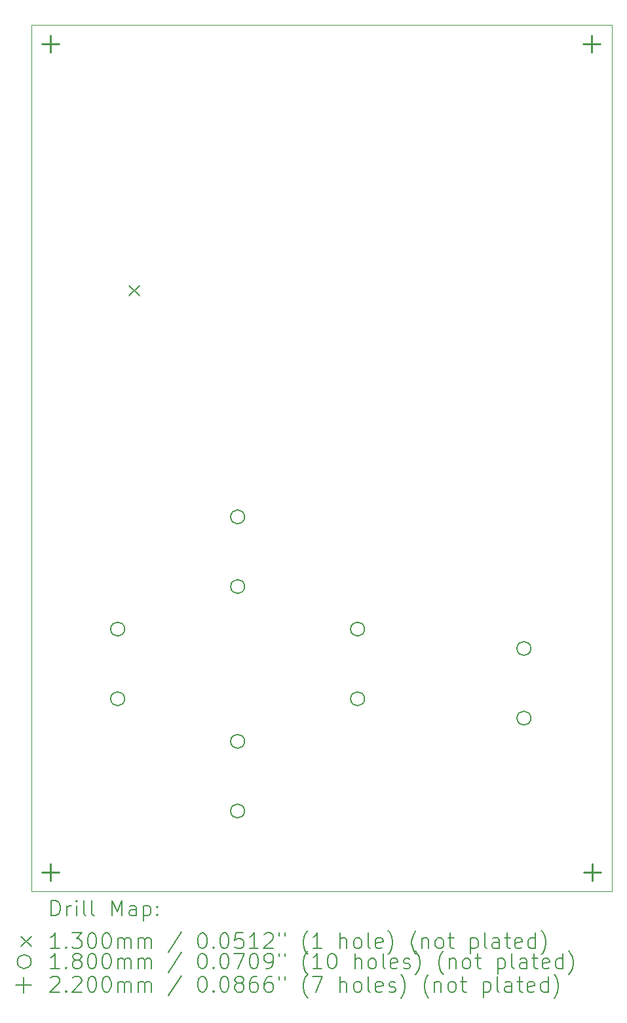
<source format=gbr>
%TF.GenerationSoftware,KiCad,Pcbnew,8.0.1*%
%TF.CreationDate,2024-04-29T12:30:22+02:00*%
%TF.ProjectId,teamagotchi,7465616d-6167-46f7-9463-68692e6b6963,rev?*%
%TF.SameCoordinates,Original*%
%TF.FileFunction,Drillmap*%
%TF.FilePolarity,Positive*%
%FSLAX45Y45*%
G04 Gerber Fmt 4.5, Leading zero omitted, Abs format (unit mm)*
G04 Created by KiCad (PCBNEW 8.0.1) date 2024-04-29 12:30:22*
%MOMM*%
%LPD*%
G01*
G04 APERTURE LIST*
%ADD10C,0.050000*%
%ADD11C,0.200000*%
%ADD12C,0.130000*%
%ADD13C,0.180000*%
%ADD14C,0.220000*%
G04 APERTURE END LIST*
D10*
X18496000Y-4670600D02*
X18496000Y-15870600D01*
X10996000Y-4670600D02*
X18496000Y-4670600D01*
X10996000Y-15870600D02*
X10996000Y-4670600D01*
X10996000Y-15870600D02*
X18496000Y-15870600D01*
D11*
D12*
X12261000Y-8045600D02*
X12391000Y-8175600D01*
X12391000Y-8045600D02*
X12261000Y-8175600D01*
D13*
X12201000Y-12480600D02*
G75*
G02*
X12021000Y-12480600I-90000J0D01*
G01*
X12021000Y-12480600D02*
G75*
G02*
X12201000Y-12480600I90000J0D01*
G01*
X12201000Y-13380600D02*
G75*
G02*
X12021000Y-13380600I-90000J0D01*
G01*
X12021000Y-13380600D02*
G75*
G02*
X12201000Y-13380600I90000J0D01*
G01*
X13751000Y-11030600D02*
G75*
G02*
X13571000Y-11030600I-90000J0D01*
G01*
X13571000Y-11030600D02*
G75*
G02*
X13751000Y-11030600I90000J0D01*
G01*
X13751000Y-11930600D02*
G75*
G02*
X13571000Y-11930600I-90000J0D01*
G01*
X13571000Y-11930600D02*
G75*
G02*
X13751000Y-11930600I90000J0D01*
G01*
X13751000Y-13930600D02*
G75*
G02*
X13571000Y-13930600I-90000J0D01*
G01*
X13571000Y-13930600D02*
G75*
G02*
X13751000Y-13930600I90000J0D01*
G01*
X13751000Y-14830600D02*
G75*
G02*
X13571000Y-14830600I-90000J0D01*
G01*
X13571000Y-14830600D02*
G75*
G02*
X13751000Y-14830600I90000J0D01*
G01*
X15301000Y-12480600D02*
G75*
G02*
X15121000Y-12480600I-90000J0D01*
G01*
X15121000Y-12480600D02*
G75*
G02*
X15301000Y-12480600I90000J0D01*
G01*
X15301000Y-13380600D02*
G75*
G02*
X15121000Y-13380600I-90000J0D01*
G01*
X15121000Y-13380600D02*
G75*
G02*
X15301000Y-13380600I90000J0D01*
G01*
X17451000Y-12730600D02*
G75*
G02*
X17271000Y-12730600I-90000J0D01*
G01*
X17271000Y-12730600D02*
G75*
G02*
X17451000Y-12730600I90000J0D01*
G01*
X17451000Y-13630600D02*
G75*
G02*
X17271000Y-13630600I-90000J0D01*
G01*
X17271000Y-13630600D02*
G75*
G02*
X17451000Y-13630600I90000J0D01*
G01*
D14*
X11246000Y-4810600D02*
X11246000Y-5030600D01*
X11136000Y-4920600D02*
X11356000Y-4920600D01*
X11246000Y-15510600D02*
X11246000Y-15730600D01*
X11136000Y-15620600D02*
X11356000Y-15620600D01*
X11246000Y-15510600D02*
X11246000Y-15730600D01*
X11136000Y-15620600D02*
X11356000Y-15620600D01*
X18236000Y-4810600D02*
X18236000Y-5030600D01*
X18126000Y-4920600D02*
X18346000Y-4920600D01*
X18236000Y-4810600D02*
X18236000Y-5030600D01*
X18126000Y-4920600D02*
X18346000Y-4920600D01*
X18246000Y-15510600D02*
X18246000Y-15730600D01*
X18136000Y-15620600D02*
X18356000Y-15620600D01*
X18246000Y-15510600D02*
X18246000Y-15730600D01*
X18136000Y-15620600D02*
X18356000Y-15620600D01*
D11*
X11254277Y-16184584D02*
X11254277Y-15984584D01*
X11254277Y-15984584D02*
X11301896Y-15984584D01*
X11301896Y-15984584D02*
X11330467Y-15994108D01*
X11330467Y-15994108D02*
X11349515Y-16013155D01*
X11349515Y-16013155D02*
X11359039Y-16032203D01*
X11359039Y-16032203D02*
X11368562Y-16070298D01*
X11368562Y-16070298D02*
X11368562Y-16098869D01*
X11368562Y-16098869D02*
X11359039Y-16136965D01*
X11359039Y-16136965D02*
X11349515Y-16156012D01*
X11349515Y-16156012D02*
X11330467Y-16175060D01*
X11330467Y-16175060D02*
X11301896Y-16184584D01*
X11301896Y-16184584D02*
X11254277Y-16184584D01*
X11454277Y-16184584D02*
X11454277Y-16051250D01*
X11454277Y-16089346D02*
X11463801Y-16070298D01*
X11463801Y-16070298D02*
X11473324Y-16060774D01*
X11473324Y-16060774D02*
X11492372Y-16051250D01*
X11492372Y-16051250D02*
X11511420Y-16051250D01*
X11578086Y-16184584D02*
X11578086Y-16051250D01*
X11578086Y-15984584D02*
X11568562Y-15994108D01*
X11568562Y-15994108D02*
X11578086Y-16003631D01*
X11578086Y-16003631D02*
X11587610Y-15994108D01*
X11587610Y-15994108D02*
X11578086Y-15984584D01*
X11578086Y-15984584D02*
X11578086Y-16003631D01*
X11701896Y-16184584D02*
X11682848Y-16175060D01*
X11682848Y-16175060D02*
X11673324Y-16156012D01*
X11673324Y-16156012D02*
X11673324Y-15984584D01*
X11806658Y-16184584D02*
X11787610Y-16175060D01*
X11787610Y-16175060D02*
X11778086Y-16156012D01*
X11778086Y-16156012D02*
X11778086Y-15984584D01*
X12035229Y-16184584D02*
X12035229Y-15984584D01*
X12035229Y-15984584D02*
X12101896Y-16127441D01*
X12101896Y-16127441D02*
X12168562Y-15984584D01*
X12168562Y-15984584D02*
X12168562Y-16184584D01*
X12349515Y-16184584D02*
X12349515Y-16079822D01*
X12349515Y-16079822D02*
X12339991Y-16060774D01*
X12339991Y-16060774D02*
X12320943Y-16051250D01*
X12320943Y-16051250D02*
X12282848Y-16051250D01*
X12282848Y-16051250D02*
X12263801Y-16060774D01*
X12349515Y-16175060D02*
X12330467Y-16184584D01*
X12330467Y-16184584D02*
X12282848Y-16184584D01*
X12282848Y-16184584D02*
X12263801Y-16175060D01*
X12263801Y-16175060D02*
X12254277Y-16156012D01*
X12254277Y-16156012D02*
X12254277Y-16136965D01*
X12254277Y-16136965D02*
X12263801Y-16117917D01*
X12263801Y-16117917D02*
X12282848Y-16108393D01*
X12282848Y-16108393D02*
X12330467Y-16108393D01*
X12330467Y-16108393D02*
X12349515Y-16098869D01*
X12444753Y-16051250D02*
X12444753Y-16251250D01*
X12444753Y-16060774D02*
X12463801Y-16051250D01*
X12463801Y-16051250D02*
X12501896Y-16051250D01*
X12501896Y-16051250D02*
X12520943Y-16060774D01*
X12520943Y-16060774D02*
X12530467Y-16070298D01*
X12530467Y-16070298D02*
X12539991Y-16089346D01*
X12539991Y-16089346D02*
X12539991Y-16146488D01*
X12539991Y-16146488D02*
X12530467Y-16165536D01*
X12530467Y-16165536D02*
X12520943Y-16175060D01*
X12520943Y-16175060D02*
X12501896Y-16184584D01*
X12501896Y-16184584D02*
X12463801Y-16184584D01*
X12463801Y-16184584D02*
X12444753Y-16175060D01*
X12625705Y-16165536D02*
X12635229Y-16175060D01*
X12635229Y-16175060D02*
X12625705Y-16184584D01*
X12625705Y-16184584D02*
X12616182Y-16175060D01*
X12616182Y-16175060D02*
X12625705Y-16165536D01*
X12625705Y-16165536D02*
X12625705Y-16184584D01*
X12625705Y-16060774D02*
X12635229Y-16070298D01*
X12635229Y-16070298D02*
X12625705Y-16079822D01*
X12625705Y-16079822D02*
X12616182Y-16070298D01*
X12616182Y-16070298D02*
X12625705Y-16060774D01*
X12625705Y-16060774D02*
X12625705Y-16079822D01*
D12*
X10863500Y-16448100D02*
X10993500Y-16578100D01*
X10993500Y-16448100D02*
X10863500Y-16578100D01*
D11*
X11359039Y-16604584D02*
X11244753Y-16604584D01*
X11301896Y-16604584D02*
X11301896Y-16404584D01*
X11301896Y-16404584D02*
X11282848Y-16433155D01*
X11282848Y-16433155D02*
X11263801Y-16452203D01*
X11263801Y-16452203D02*
X11244753Y-16461727D01*
X11444753Y-16585536D02*
X11454277Y-16595060D01*
X11454277Y-16595060D02*
X11444753Y-16604584D01*
X11444753Y-16604584D02*
X11435229Y-16595060D01*
X11435229Y-16595060D02*
X11444753Y-16585536D01*
X11444753Y-16585536D02*
X11444753Y-16604584D01*
X11520943Y-16404584D02*
X11644753Y-16404584D01*
X11644753Y-16404584D02*
X11578086Y-16480774D01*
X11578086Y-16480774D02*
X11606658Y-16480774D01*
X11606658Y-16480774D02*
X11625705Y-16490298D01*
X11625705Y-16490298D02*
X11635229Y-16499822D01*
X11635229Y-16499822D02*
X11644753Y-16518869D01*
X11644753Y-16518869D02*
X11644753Y-16566488D01*
X11644753Y-16566488D02*
X11635229Y-16585536D01*
X11635229Y-16585536D02*
X11625705Y-16595060D01*
X11625705Y-16595060D02*
X11606658Y-16604584D01*
X11606658Y-16604584D02*
X11549515Y-16604584D01*
X11549515Y-16604584D02*
X11530467Y-16595060D01*
X11530467Y-16595060D02*
X11520943Y-16585536D01*
X11768562Y-16404584D02*
X11787610Y-16404584D01*
X11787610Y-16404584D02*
X11806658Y-16414108D01*
X11806658Y-16414108D02*
X11816182Y-16423631D01*
X11816182Y-16423631D02*
X11825705Y-16442679D01*
X11825705Y-16442679D02*
X11835229Y-16480774D01*
X11835229Y-16480774D02*
X11835229Y-16528393D01*
X11835229Y-16528393D02*
X11825705Y-16566488D01*
X11825705Y-16566488D02*
X11816182Y-16585536D01*
X11816182Y-16585536D02*
X11806658Y-16595060D01*
X11806658Y-16595060D02*
X11787610Y-16604584D01*
X11787610Y-16604584D02*
X11768562Y-16604584D01*
X11768562Y-16604584D02*
X11749515Y-16595060D01*
X11749515Y-16595060D02*
X11739991Y-16585536D01*
X11739991Y-16585536D02*
X11730467Y-16566488D01*
X11730467Y-16566488D02*
X11720943Y-16528393D01*
X11720943Y-16528393D02*
X11720943Y-16480774D01*
X11720943Y-16480774D02*
X11730467Y-16442679D01*
X11730467Y-16442679D02*
X11739991Y-16423631D01*
X11739991Y-16423631D02*
X11749515Y-16414108D01*
X11749515Y-16414108D02*
X11768562Y-16404584D01*
X11959039Y-16404584D02*
X11978086Y-16404584D01*
X11978086Y-16404584D02*
X11997134Y-16414108D01*
X11997134Y-16414108D02*
X12006658Y-16423631D01*
X12006658Y-16423631D02*
X12016182Y-16442679D01*
X12016182Y-16442679D02*
X12025705Y-16480774D01*
X12025705Y-16480774D02*
X12025705Y-16528393D01*
X12025705Y-16528393D02*
X12016182Y-16566488D01*
X12016182Y-16566488D02*
X12006658Y-16585536D01*
X12006658Y-16585536D02*
X11997134Y-16595060D01*
X11997134Y-16595060D02*
X11978086Y-16604584D01*
X11978086Y-16604584D02*
X11959039Y-16604584D01*
X11959039Y-16604584D02*
X11939991Y-16595060D01*
X11939991Y-16595060D02*
X11930467Y-16585536D01*
X11930467Y-16585536D02*
X11920943Y-16566488D01*
X11920943Y-16566488D02*
X11911420Y-16528393D01*
X11911420Y-16528393D02*
X11911420Y-16480774D01*
X11911420Y-16480774D02*
X11920943Y-16442679D01*
X11920943Y-16442679D02*
X11930467Y-16423631D01*
X11930467Y-16423631D02*
X11939991Y-16414108D01*
X11939991Y-16414108D02*
X11959039Y-16404584D01*
X12111420Y-16604584D02*
X12111420Y-16471250D01*
X12111420Y-16490298D02*
X12120943Y-16480774D01*
X12120943Y-16480774D02*
X12139991Y-16471250D01*
X12139991Y-16471250D02*
X12168563Y-16471250D01*
X12168563Y-16471250D02*
X12187610Y-16480774D01*
X12187610Y-16480774D02*
X12197134Y-16499822D01*
X12197134Y-16499822D02*
X12197134Y-16604584D01*
X12197134Y-16499822D02*
X12206658Y-16480774D01*
X12206658Y-16480774D02*
X12225705Y-16471250D01*
X12225705Y-16471250D02*
X12254277Y-16471250D01*
X12254277Y-16471250D02*
X12273324Y-16480774D01*
X12273324Y-16480774D02*
X12282848Y-16499822D01*
X12282848Y-16499822D02*
X12282848Y-16604584D01*
X12378086Y-16604584D02*
X12378086Y-16471250D01*
X12378086Y-16490298D02*
X12387610Y-16480774D01*
X12387610Y-16480774D02*
X12406658Y-16471250D01*
X12406658Y-16471250D02*
X12435229Y-16471250D01*
X12435229Y-16471250D02*
X12454277Y-16480774D01*
X12454277Y-16480774D02*
X12463801Y-16499822D01*
X12463801Y-16499822D02*
X12463801Y-16604584D01*
X12463801Y-16499822D02*
X12473324Y-16480774D01*
X12473324Y-16480774D02*
X12492372Y-16471250D01*
X12492372Y-16471250D02*
X12520943Y-16471250D01*
X12520943Y-16471250D02*
X12539991Y-16480774D01*
X12539991Y-16480774D02*
X12549515Y-16499822D01*
X12549515Y-16499822D02*
X12549515Y-16604584D01*
X12939991Y-16395060D02*
X12768563Y-16652203D01*
X13197134Y-16404584D02*
X13216182Y-16404584D01*
X13216182Y-16404584D02*
X13235229Y-16414108D01*
X13235229Y-16414108D02*
X13244753Y-16423631D01*
X13244753Y-16423631D02*
X13254277Y-16442679D01*
X13254277Y-16442679D02*
X13263801Y-16480774D01*
X13263801Y-16480774D02*
X13263801Y-16528393D01*
X13263801Y-16528393D02*
X13254277Y-16566488D01*
X13254277Y-16566488D02*
X13244753Y-16585536D01*
X13244753Y-16585536D02*
X13235229Y-16595060D01*
X13235229Y-16595060D02*
X13216182Y-16604584D01*
X13216182Y-16604584D02*
X13197134Y-16604584D01*
X13197134Y-16604584D02*
X13178086Y-16595060D01*
X13178086Y-16595060D02*
X13168563Y-16585536D01*
X13168563Y-16585536D02*
X13159039Y-16566488D01*
X13159039Y-16566488D02*
X13149515Y-16528393D01*
X13149515Y-16528393D02*
X13149515Y-16480774D01*
X13149515Y-16480774D02*
X13159039Y-16442679D01*
X13159039Y-16442679D02*
X13168563Y-16423631D01*
X13168563Y-16423631D02*
X13178086Y-16414108D01*
X13178086Y-16414108D02*
X13197134Y-16404584D01*
X13349515Y-16585536D02*
X13359039Y-16595060D01*
X13359039Y-16595060D02*
X13349515Y-16604584D01*
X13349515Y-16604584D02*
X13339991Y-16595060D01*
X13339991Y-16595060D02*
X13349515Y-16585536D01*
X13349515Y-16585536D02*
X13349515Y-16604584D01*
X13482848Y-16404584D02*
X13501896Y-16404584D01*
X13501896Y-16404584D02*
X13520944Y-16414108D01*
X13520944Y-16414108D02*
X13530467Y-16423631D01*
X13530467Y-16423631D02*
X13539991Y-16442679D01*
X13539991Y-16442679D02*
X13549515Y-16480774D01*
X13549515Y-16480774D02*
X13549515Y-16528393D01*
X13549515Y-16528393D02*
X13539991Y-16566488D01*
X13539991Y-16566488D02*
X13530467Y-16585536D01*
X13530467Y-16585536D02*
X13520944Y-16595060D01*
X13520944Y-16595060D02*
X13501896Y-16604584D01*
X13501896Y-16604584D02*
X13482848Y-16604584D01*
X13482848Y-16604584D02*
X13463801Y-16595060D01*
X13463801Y-16595060D02*
X13454277Y-16585536D01*
X13454277Y-16585536D02*
X13444753Y-16566488D01*
X13444753Y-16566488D02*
X13435229Y-16528393D01*
X13435229Y-16528393D02*
X13435229Y-16480774D01*
X13435229Y-16480774D02*
X13444753Y-16442679D01*
X13444753Y-16442679D02*
X13454277Y-16423631D01*
X13454277Y-16423631D02*
X13463801Y-16414108D01*
X13463801Y-16414108D02*
X13482848Y-16404584D01*
X13730467Y-16404584D02*
X13635229Y-16404584D01*
X13635229Y-16404584D02*
X13625706Y-16499822D01*
X13625706Y-16499822D02*
X13635229Y-16490298D01*
X13635229Y-16490298D02*
X13654277Y-16480774D01*
X13654277Y-16480774D02*
X13701896Y-16480774D01*
X13701896Y-16480774D02*
X13720944Y-16490298D01*
X13720944Y-16490298D02*
X13730467Y-16499822D01*
X13730467Y-16499822D02*
X13739991Y-16518869D01*
X13739991Y-16518869D02*
X13739991Y-16566488D01*
X13739991Y-16566488D02*
X13730467Y-16585536D01*
X13730467Y-16585536D02*
X13720944Y-16595060D01*
X13720944Y-16595060D02*
X13701896Y-16604584D01*
X13701896Y-16604584D02*
X13654277Y-16604584D01*
X13654277Y-16604584D02*
X13635229Y-16595060D01*
X13635229Y-16595060D02*
X13625706Y-16585536D01*
X13930467Y-16604584D02*
X13816182Y-16604584D01*
X13873325Y-16604584D02*
X13873325Y-16404584D01*
X13873325Y-16404584D02*
X13854277Y-16433155D01*
X13854277Y-16433155D02*
X13835229Y-16452203D01*
X13835229Y-16452203D02*
X13816182Y-16461727D01*
X14006658Y-16423631D02*
X14016182Y-16414108D01*
X14016182Y-16414108D02*
X14035229Y-16404584D01*
X14035229Y-16404584D02*
X14082848Y-16404584D01*
X14082848Y-16404584D02*
X14101896Y-16414108D01*
X14101896Y-16414108D02*
X14111420Y-16423631D01*
X14111420Y-16423631D02*
X14120944Y-16442679D01*
X14120944Y-16442679D02*
X14120944Y-16461727D01*
X14120944Y-16461727D02*
X14111420Y-16490298D01*
X14111420Y-16490298D02*
X13997134Y-16604584D01*
X13997134Y-16604584D02*
X14120944Y-16604584D01*
X14197134Y-16404584D02*
X14197134Y-16442679D01*
X14273325Y-16404584D02*
X14273325Y-16442679D01*
X14568563Y-16680774D02*
X14559039Y-16671250D01*
X14559039Y-16671250D02*
X14539991Y-16642679D01*
X14539991Y-16642679D02*
X14530468Y-16623631D01*
X14530468Y-16623631D02*
X14520944Y-16595060D01*
X14520944Y-16595060D02*
X14511420Y-16547441D01*
X14511420Y-16547441D02*
X14511420Y-16509346D01*
X14511420Y-16509346D02*
X14520944Y-16461727D01*
X14520944Y-16461727D02*
X14530468Y-16433155D01*
X14530468Y-16433155D02*
X14539991Y-16414108D01*
X14539991Y-16414108D02*
X14559039Y-16385536D01*
X14559039Y-16385536D02*
X14568563Y-16376012D01*
X14749515Y-16604584D02*
X14635229Y-16604584D01*
X14692372Y-16604584D02*
X14692372Y-16404584D01*
X14692372Y-16404584D02*
X14673325Y-16433155D01*
X14673325Y-16433155D02*
X14654277Y-16452203D01*
X14654277Y-16452203D02*
X14635229Y-16461727D01*
X14987610Y-16604584D02*
X14987610Y-16404584D01*
X15073325Y-16604584D02*
X15073325Y-16499822D01*
X15073325Y-16499822D02*
X15063801Y-16480774D01*
X15063801Y-16480774D02*
X15044753Y-16471250D01*
X15044753Y-16471250D02*
X15016182Y-16471250D01*
X15016182Y-16471250D02*
X14997134Y-16480774D01*
X14997134Y-16480774D02*
X14987610Y-16490298D01*
X15197134Y-16604584D02*
X15178087Y-16595060D01*
X15178087Y-16595060D02*
X15168563Y-16585536D01*
X15168563Y-16585536D02*
X15159039Y-16566488D01*
X15159039Y-16566488D02*
X15159039Y-16509346D01*
X15159039Y-16509346D02*
X15168563Y-16490298D01*
X15168563Y-16490298D02*
X15178087Y-16480774D01*
X15178087Y-16480774D02*
X15197134Y-16471250D01*
X15197134Y-16471250D02*
X15225706Y-16471250D01*
X15225706Y-16471250D02*
X15244753Y-16480774D01*
X15244753Y-16480774D02*
X15254277Y-16490298D01*
X15254277Y-16490298D02*
X15263801Y-16509346D01*
X15263801Y-16509346D02*
X15263801Y-16566488D01*
X15263801Y-16566488D02*
X15254277Y-16585536D01*
X15254277Y-16585536D02*
X15244753Y-16595060D01*
X15244753Y-16595060D02*
X15225706Y-16604584D01*
X15225706Y-16604584D02*
X15197134Y-16604584D01*
X15378087Y-16604584D02*
X15359039Y-16595060D01*
X15359039Y-16595060D02*
X15349515Y-16576012D01*
X15349515Y-16576012D02*
X15349515Y-16404584D01*
X15530468Y-16595060D02*
X15511420Y-16604584D01*
X15511420Y-16604584D02*
X15473325Y-16604584D01*
X15473325Y-16604584D02*
X15454277Y-16595060D01*
X15454277Y-16595060D02*
X15444753Y-16576012D01*
X15444753Y-16576012D02*
X15444753Y-16499822D01*
X15444753Y-16499822D02*
X15454277Y-16480774D01*
X15454277Y-16480774D02*
X15473325Y-16471250D01*
X15473325Y-16471250D02*
X15511420Y-16471250D01*
X15511420Y-16471250D02*
X15530468Y-16480774D01*
X15530468Y-16480774D02*
X15539991Y-16499822D01*
X15539991Y-16499822D02*
X15539991Y-16518869D01*
X15539991Y-16518869D02*
X15444753Y-16537917D01*
X15606658Y-16680774D02*
X15616182Y-16671250D01*
X15616182Y-16671250D02*
X15635230Y-16642679D01*
X15635230Y-16642679D02*
X15644753Y-16623631D01*
X15644753Y-16623631D02*
X15654277Y-16595060D01*
X15654277Y-16595060D02*
X15663801Y-16547441D01*
X15663801Y-16547441D02*
X15663801Y-16509346D01*
X15663801Y-16509346D02*
X15654277Y-16461727D01*
X15654277Y-16461727D02*
X15644753Y-16433155D01*
X15644753Y-16433155D02*
X15635230Y-16414108D01*
X15635230Y-16414108D02*
X15616182Y-16385536D01*
X15616182Y-16385536D02*
X15606658Y-16376012D01*
X15968563Y-16680774D02*
X15959039Y-16671250D01*
X15959039Y-16671250D02*
X15939991Y-16642679D01*
X15939991Y-16642679D02*
X15930468Y-16623631D01*
X15930468Y-16623631D02*
X15920944Y-16595060D01*
X15920944Y-16595060D02*
X15911420Y-16547441D01*
X15911420Y-16547441D02*
X15911420Y-16509346D01*
X15911420Y-16509346D02*
X15920944Y-16461727D01*
X15920944Y-16461727D02*
X15930468Y-16433155D01*
X15930468Y-16433155D02*
X15939991Y-16414108D01*
X15939991Y-16414108D02*
X15959039Y-16385536D01*
X15959039Y-16385536D02*
X15968563Y-16376012D01*
X16044753Y-16471250D02*
X16044753Y-16604584D01*
X16044753Y-16490298D02*
X16054277Y-16480774D01*
X16054277Y-16480774D02*
X16073325Y-16471250D01*
X16073325Y-16471250D02*
X16101896Y-16471250D01*
X16101896Y-16471250D02*
X16120944Y-16480774D01*
X16120944Y-16480774D02*
X16130468Y-16499822D01*
X16130468Y-16499822D02*
X16130468Y-16604584D01*
X16254277Y-16604584D02*
X16235230Y-16595060D01*
X16235230Y-16595060D02*
X16225706Y-16585536D01*
X16225706Y-16585536D02*
X16216182Y-16566488D01*
X16216182Y-16566488D02*
X16216182Y-16509346D01*
X16216182Y-16509346D02*
X16225706Y-16490298D01*
X16225706Y-16490298D02*
X16235230Y-16480774D01*
X16235230Y-16480774D02*
X16254277Y-16471250D01*
X16254277Y-16471250D02*
X16282849Y-16471250D01*
X16282849Y-16471250D02*
X16301896Y-16480774D01*
X16301896Y-16480774D02*
X16311420Y-16490298D01*
X16311420Y-16490298D02*
X16320944Y-16509346D01*
X16320944Y-16509346D02*
X16320944Y-16566488D01*
X16320944Y-16566488D02*
X16311420Y-16585536D01*
X16311420Y-16585536D02*
X16301896Y-16595060D01*
X16301896Y-16595060D02*
X16282849Y-16604584D01*
X16282849Y-16604584D02*
X16254277Y-16604584D01*
X16378087Y-16471250D02*
X16454277Y-16471250D01*
X16406658Y-16404584D02*
X16406658Y-16576012D01*
X16406658Y-16576012D02*
X16416182Y-16595060D01*
X16416182Y-16595060D02*
X16435230Y-16604584D01*
X16435230Y-16604584D02*
X16454277Y-16604584D01*
X16673325Y-16471250D02*
X16673325Y-16671250D01*
X16673325Y-16480774D02*
X16692372Y-16471250D01*
X16692372Y-16471250D02*
X16730468Y-16471250D01*
X16730468Y-16471250D02*
X16749515Y-16480774D01*
X16749515Y-16480774D02*
X16759039Y-16490298D01*
X16759039Y-16490298D02*
X16768563Y-16509346D01*
X16768563Y-16509346D02*
X16768563Y-16566488D01*
X16768563Y-16566488D02*
X16759039Y-16585536D01*
X16759039Y-16585536D02*
X16749515Y-16595060D01*
X16749515Y-16595060D02*
X16730468Y-16604584D01*
X16730468Y-16604584D02*
X16692372Y-16604584D01*
X16692372Y-16604584D02*
X16673325Y-16595060D01*
X16882849Y-16604584D02*
X16863801Y-16595060D01*
X16863801Y-16595060D02*
X16854277Y-16576012D01*
X16854277Y-16576012D02*
X16854277Y-16404584D01*
X17044754Y-16604584D02*
X17044754Y-16499822D01*
X17044754Y-16499822D02*
X17035230Y-16480774D01*
X17035230Y-16480774D02*
X17016182Y-16471250D01*
X17016182Y-16471250D02*
X16978087Y-16471250D01*
X16978087Y-16471250D02*
X16959039Y-16480774D01*
X17044754Y-16595060D02*
X17025706Y-16604584D01*
X17025706Y-16604584D02*
X16978087Y-16604584D01*
X16978087Y-16604584D02*
X16959039Y-16595060D01*
X16959039Y-16595060D02*
X16949515Y-16576012D01*
X16949515Y-16576012D02*
X16949515Y-16556965D01*
X16949515Y-16556965D02*
X16959039Y-16537917D01*
X16959039Y-16537917D02*
X16978087Y-16528393D01*
X16978087Y-16528393D02*
X17025706Y-16528393D01*
X17025706Y-16528393D02*
X17044754Y-16518869D01*
X17111420Y-16471250D02*
X17187611Y-16471250D01*
X17139992Y-16404584D02*
X17139992Y-16576012D01*
X17139992Y-16576012D02*
X17149515Y-16595060D01*
X17149515Y-16595060D02*
X17168563Y-16604584D01*
X17168563Y-16604584D02*
X17187611Y-16604584D01*
X17330468Y-16595060D02*
X17311420Y-16604584D01*
X17311420Y-16604584D02*
X17273325Y-16604584D01*
X17273325Y-16604584D02*
X17254277Y-16595060D01*
X17254277Y-16595060D02*
X17244754Y-16576012D01*
X17244754Y-16576012D02*
X17244754Y-16499822D01*
X17244754Y-16499822D02*
X17254277Y-16480774D01*
X17254277Y-16480774D02*
X17273325Y-16471250D01*
X17273325Y-16471250D02*
X17311420Y-16471250D01*
X17311420Y-16471250D02*
X17330468Y-16480774D01*
X17330468Y-16480774D02*
X17339992Y-16499822D01*
X17339992Y-16499822D02*
X17339992Y-16518869D01*
X17339992Y-16518869D02*
X17244754Y-16537917D01*
X17511420Y-16604584D02*
X17511420Y-16404584D01*
X17511420Y-16595060D02*
X17492373Y-16604584D01*
X17492373Y-16604584D02*
X17454277Y-16604584D01*
X17454277Y-16604584D02*
X17435230Y-16595060D01*
X17435230Y-16595060D02*
X17425706Y-16585536D01*
X17425706Y-16585536D02*
X17416182Y-16566488D01*
X17416182Y-16566488D02*
X17416182Y-16509346D01*
X17416182Y-16509346D02*
X17425706Y-16490298D01*
X17425706Y-16490298D02*
X17435230Y-16480774D01*
X17435230Y-16480774D02*
X17454277Y-16471250D01*
X17454277Y-16471250D02*
X17492373Y-16471250D01*
X17492373Y-16471250D02*
X17511420Y-16480774D01*
X17587611Y-16680774D02*
X17597135Y-16671250D01*
X17597135Y-16671250D02*
X17616182Y-16642679D01*
X17616182Y-16642679D02*
X17625706Y-16623631D01*
X17625706Y-16623631D02*
X17635230Y-16595060D01*
X17635230Y-16595060D02*
X17644754Y-16547441D01*
X17644754Y-16547441D02*
X17644754Y-16509346D01*
X17644754Y-16509346D02*
X17635230Y-16461727D01*
X17635230Y-16461727D02*
X17625706Y-16433155D01*
X17625706Y-16433155D02*
X17616182Y-16414108D01*
X17616182Y-16414108D02*
X17597135Y-16385536D01*
X17597135Y-16385536D02*
X17587611Y-16376012D01*
D13*
X10993500Y-16777100D02*
G75*
G02*
X10813500Y-16777100I-90000J0D01*
G01*
X10813500Y-16777100D02*
G75*
G02*
X10993500Y-16777100I90000J0D01*
G01*
D11*
X11359039Y-16868584D02*
X11244753Y-16868584D01*
X11301896Y-16868584D02*
X11301896Y-16668584D01*
X11301896Y-16668584D02*
X11282848Y-16697155D01*
X11282848Y-16697155D02*
X11263801Y-16716203D01*
X11263801Y-16716203D02*
X11244753Y-16725727D01*
X11444753Y-16849536D02*
X11454277Y-16859060D01*
X11454277Y-16859060D02*
X11444753Y-16868584D01*
X11444753Y-16868584D02*
X11435229Y-16859060D01*
X11435229Y-16859060D02*
X11444753Y-16849536D01*
X11444753Y-16849536D02*
X11444753Y-16868584D01*
X11568562Y-16754298D02*
X11549515Y-16744774D01*
X11549515Y-16744774D02*
X11539991Y-16735250D01*
X11539991Y-16735250D02*
X11530467Y-16716203D01*
X11530467Y-16716203D02*
X11530467Y-16706679D01*
X11530467Y-16706679D02*
X11539991Y-16687631D01*
X11539991Y-16687631D02*
X11549515Y-16678108D01*
X11549515Y-16678108D02*
X11568562Y-16668584D01*
X11568562Y-16668584D02*
X11606658Y-16668584D01*
X11606658Y-16668584D02*
X11625705Y-16678108D01*
X11625705Y-16678108D02*
X11635229Y-16687631D01*
X11635229Y-16687631D02*
X11644753Y-16706679D01*
X11644753Y-16706679D02*
X11644753Y-16716203D01*
X11644753Y-16716203D02*
X11635229Y-16735250D01*
X11635229Y-16735250D02*
X11625705Y-16744774D01*
X11625705Y-16744774D02*
X11606658Y-16754298D01*
X11606658Y-16754298D02*
X11568562Y-16754298D01*
X11568562Y-16754298D02*
X11549515Y-16763822D01*
X11549515Y-16763822D02*
X11539991Y-16773346D01*
X11539991Y-16773346D02*
X11530467Y-16792393D01*
X11530467Y-16792393D02*
X11530467Y-16830489D01*
X11530467Y-16830489D02*
X11539991Y-16849536D01*
X11539991Y-16849536D02*
X11549515Y-16859060D01*
X11549515Y-16859060D02*
X11568562Y-16868584D01*
X11568562Y-16868584D02*
X11606658Y-16868584D01*
X11606658Y-16868584D02*
X11625705Y-16859060D01*
X11625705Y-16859060D02*
X11635229Y-16849536D01*
X11635229Y-16849536D02*
X11644753Y-16830489D01*
X11644753Y-16830489D02*
X11644753Y-16792393D01*
X11644753Y-16792393D02*
X11635229Y-16773346D01*
X11635229Y-16773346D02*
X11625705Y-16763822D01*
X11625705Y-16763822D02*
X11606658Y-16754298D01*
X11768562Y-16668584D02*
X11787610Y-16668584D01*
X11787610Y-16668584D02*
X11806658Y-16678108D01*
X11806658Y-16678108D02*
X11816182Y-16687631D01*
X11816182Y-16687631D02*
X11825705Y-16706679D01*
X11825705Y-16706679D02*
X11835229Y-16744774D01*
X11835229Y-16744774D02*
X11835229Y-16792393D01*
X11835229Y-16792393D02*
X11825705Y-16830489D01*
X11825705Y-16830489D02*
X11816182Y-16849536D01*
X11816182Y-16849536D02*
X11806658Y-16859060D01*
X11806658Y-16859060D02*
X11787610Y-16868584D01*
X11787610Y-16868584D02*
X11768562Y-16868584D01*
X11768562Y-16868584D02*
X11749515Y-16859060D01*
X11749515Y-16859060D02*
X11739991Y-16849536D01*
X11739991Y-16849536D02*
X11730467Y-16830489D01*
X11730467Y-16830489D02*
X11720943Y-16792393D01*
X11720943Y-16792393D02*
X11720943Y-16744774D01*
X11720943Y-16744774D02*
X11730467Y-16706679D01*
X11730467Y-16706679D02*
X11739991Y-16687631D01*
X11739991Y-16687631D02*
X11749515Y-16678108D01*
X11749515Y-16678108D02*
X11768562Y-16668584D01*
X11959039Y-16668584D02*
X11978086Y-16668584D01*
X11978086Y-16668584D02*
X11997134Y-16678108D01*
X11997134Y-16678108D02*
X12006658Y-16687631D01*
X12006658Y-16687631D02*
X12016182Y-16706679D01*
X12016182Y-16706679D02*
X12025705Y-16744774D01*
X12025705Y-16744774D02*
X12025705Y-16792393D01*
X12025705Y-16792393D02*
X12016182Y-16830489D01*
X12016182Y-16830489D02*
X12006658Y-16849536D01*
X12006658Y-16849536D02*
X11997134Y-16859060D01*
X11997134Y-16859060D02*
X11978086Y-16868584D01*
X11978086Y-16868584D02*
X11959039Y-16868584D01*
X11959039Y-16868584D02*
X11939991Y-16859060D01*
X11939991Y-16859060D02*
X11930467Y-16849536D01*
X11930467Y-16849536D02*
X11920943Y-16830489D01*
X11920943Y-16830489D02*
X11911420Y-16792393D01*
X11911420Y-16792393D02*
X11911420Y-16744774D01*
X11911420Y-16744774D02*
X11920943Y-16706679D01*
X11920943Y-16706679D02*
X11930467Y-16687631D01*
X11930467Y-16687631D02*
X11939991Y-16678108D01*
X11939991Y-16678108D02*
X11959039Y-16668584D01*
X12111420Y-16868584D02*
X12111420Y-16735250D01*
X12111420Y-16754298D02*
X12120943Y-16744774D01*
X12120943Y-16744774D02*
X12139991Y-16735250D01*
X12139991Y-16735250D02*
X12168563Y-16735250D01*
X12168563Y-16735250D02*
X12187610Y-16744774D01*
X12187610Y-16744774D02*
X12197134Y-16763822D01*
X12197134Y-16763822D02*
X12197134Y-16868584D01*
X12197134Y-16763822D02*
X12206658Y-16744774D01*
X12206658Y-16744774D02*
X12225705Y-16735250D01*
X12225705Y-16735250D02*
X12254277Y-16735250D01*
X12254277Y-16735250D02*
X12273324Y-16744774D01*
X12273324Y-16744774D02*
X12282848Y-16763822D01*
X12282848Y-16763822D02*
X12282848Y-16868584D01*
X12378086Y-16868584D02*
X12378086Y-16735250D01*
X12378086Y-16754298D02*
X12387610Y-16744774D01*
X12387610Y-16744774D02*
X12406658Y-16735250D01*
X12406658Y-16735250D02*
X12435229Y-16735250D01*
X12435229Y-16735250D02*
X12454277Y-16744774D01*
X12454277Y-16744774D02*
X12463801Y-16763822D01*
X12463801Y-16763822D02*
X12463801Y-16868584D01*
X12463801Y-16763822D02*
X12473324Y-16744774D01*
X12473324Y-16744774D02*
X12492372Y-16735250D01*
X12492372Y-16735250D02*
X12520943Y-16735250D01*
X12520943Y-16735250D02*
X12539991Y-16744774D01*
X12539991Y-16744774D02*
X12549515Y-16763822D01*
X12549515Y-16763822D02*
X12549515Y-16868584D01*
X12939991Y-16659060D02*
X12768563Y-16916203D01*
X13197134Y-16668584D02*
X13216182Y-16668584D01*
X13216182Y-16668584D02*
X13235229Y-16678108D01*
X13235229Y-16678108D02*
X13244753Y-16687631D01*
X13244753Y-16687631D02*
X13254277Y-16706679D01*
X13254277Y-16706679D02*
X13263801Y-16744774D01*
X13263801Y-16744774D02*
X13263801Y-16792393D01*
X13263801Y-16792393D02*
X13254277Y-16830489D01*
X13254277Y-16830489D02*
X13244753Y-16849536D01*
X13244753Y-16849536D02*
X13235229Y-16859060D01*
X13235229Y-16859060D02*
X13216182Y-16868584D01*
X13216182Y-16868584D02*
X13197134Y-16868584D01*
X13197134Y-16868584D02*
X13178086Y-16859060D01*
X13178086Y-16859060D02*
X13168563Y-16849536D01*
X13168563Y-16849536D02*
X13159039Y-16830489D01*
X13159039Y-16830489D02*
X13149515Y-16792393D01*
X13149515Y-16792393D02*
X13149515Y-16744774D01*
X13149515Y-16744774D02*
X13159039Y-16706679D01*
X13159039Y-16706679D02*
X13168563Y-16687631D01*
X13168563Y-16687631D02*
X13178086Y-16678108D01*
X13178086Y-16678108D02*
X13197134Y-16668584D01*
X13349515Y-16849536D02*
X13359039Y-16859060D01*
X13359039Y-16859060D02*
X13349515Y-16868584D01*
X13349515Y-16868584D02*
X13339991Y-16859060D01*
X13339991Y-16859060D02*
X13349515Y-16849536D01*
X13349515Y-16849536D02*
X13349515Y-16868584D01*
X13482848Y-16668584D02*
X13501896Y-16668584D01*
X13501896Y-16668584D02*
X13520944Y-16678108D01*
X13520944Y-16678108D02*
X13530467Y-16687631D01*
X13530467Y-16687631D02*
X13539991Y-16706679D01*
X13539991Y-16706679D02*
X13549515Y-16744774D01*
X13549515Y-16744774D02*
X13549515Y-16792393D01*
X13549515Y-16792393D02*
X13539991Y-16830489D01*
X13539991Y-16830489D02*
X13530467Y-16849536D01*
X13530467Y-16849536D02*
X13520944Y-16859060D01*
X13520944Y-16859060D02*
X13501896Y-16868584D01*
X13501896Y-16868584D02*
X13482848Y-16868584D01*
X13482848Y-16868584D02*
X13463801Y-16859060D01*
X13463801Y-16859060D02*
X13454277Y-16849536D01*
X13454277Y-16849536D02*
X13444753Y-16830489D01*
X13444753Y-16830489D02*
X13435229Y-16792393D01*
X13435229Y-16792393D02*
X13435229Y-16744774D01*
X13435229Y-16744774D02*
X13444753Y-16706679D01*
X13444753Y-16706679D02*
X13454277Y-16687631D01*
X13454277Y-16687631D02*
X13463801Y-16678108D01*
X13463801Y-16678108D02*
X13482848Y-16668584D01*
X13616182Y-16668584D02*
X13749515Y-16668584D01*
X13749515Y-16668584D02*
X13663801Y-16868584D01*
X13863801Y-16668584D02*
X13882848Y-16668584D01*
X13882848Y-16668584D02*
X13901896Y-16678108D01*
X13901896Y-16678108D02*
X13911420Y-16687631D01*
X13911420Y-16687631D02*
X13920944Y-16706679D01*
X13920944Y-16706679D02*
X13930467Y-16744774D01*
X13930467Y-16744774D02*
X13930467Y-16792393D01*
X13930467Y-16792393D02*
X13920944Y-16830489D01*
X13920944Y-16830489D02*
X13911420Y-16849536D01*
X13911420Y-16849536D02*
X13901896Y-16859060D01*
X13901896Y-16859060D02*
X13882848Y-16868584D01*
X13882848Y-16868584D02*
X13863801Y-16868584D01*
X13863801Y-16868584D02*
X13844753Y-16859060D01*
X13844753Y-16859060D02*
X13835229Y-16849536D01*
X13835229Y-16849536D02*
X13825706Y-16830489D01*
X13825706Y-16830489D02*
X13816182Y-16792393D01*
X13816182Y-16792393D02*
X13816182Y-16744774D01*
X13816182Y-16744774D02*
X13825706Y-16706679D01*
X13825706Y-16706679D02*
X13835229Y-16687631D01*
X13835229Y-16687631D02*
X13844753Y-16678108D01*
X13844753Y-16678108D02*
X13863801Y-16668584D01*
X14025706Y-16868584D02*
X14063801Y-16868584D01*
X14063801Y-16868584D02*
X14082848Y-16859060D01*
X14082848Y-16859060D02*
X14092372Y-16849536D01*
X14092372Y-16849536D02*
X14111420Y-16820965D01*
X14111420Y-16820965D02*
X14120944Y-16782870D01*
X14120944Y-16782870D02*
X14120944Y-16706679D01*
X14120944Y-16706679D02*
X14111420Y-16687631D01*
X14111420Y-16687631D02*
X14101896Y-16678108D01*
X14101896Y-16678108D02*
X14082848Y-16668584D01*
X14082848Y-16668584D02*
X14044753Y-16668584D01*
X14044753Y-16668584D02*
X14025706Y-16678108D01*
X14025706Y-16678108D02*
X14016182Y-16687631D01*
X14016182Y-16687631D02*
X14006658Y-16706679D01*
X14006658Y-16706679D02*
X14006658Y-16754298D01*
X14006658Y-16754298D02*
X14016182Y-16773346D01*
X14016182Y-16773346D02*
X14025706Y-16782870D01*
X14025706Y-16782870D02*
X14044753Y-16792393D01*
X14044753Y-16792393D02*
X14082848Y-16792393D01*
X14082848Y-16792393D02*
X14101896Y-16782870D01*
X14101896Y-16782870D02*
X14111420Y-16773346D01*
X14111420Y-16773346D02*
X14120944Y-16754298D01*
X14197134Y-16668584D02*
X14197134Y-16706679D01*
X14273325Y-16668584D02*
X14273325Y-16706679D01*
X14568563Y-16944774D02*
X14559039Y-16935250D01*
X14559039Y-16935250D02*
X14539991Y-16906679D01*
X14539991Y-16906679D02*
X14530468Y-16887631D01*
X14530468Y-16887631D02*
X14520944Y-16859060D01*
X14520944Y-16859060D02*
X14511420Y-16811441D01*
X14511420Y-16811441D02*
X14511420Y-16773346D01*
X14511420Y-16773346D02*
X14520944Y-16725727D01*
X14520944Y-16725727D02*
X14530468Y-16697155D01*
X14530468Y-16697155D02*
X14539991Y-16678108D01*
X14539991Y-16678108D02*
X14559039Y-16649536D01*
X14559039Y-16649536D02*
X14568563Y-16640012D01*
X14749515Y-16868584D02*
X14635229Y-16868584D01*
X14692372Y-16868584D02*
X14692372Y-16668584D01*
X14692372Y-16668584D02*
X14673325Y-16697155D01*
X14673325Y-16697155D02*
X14654277Y-16716203D01*
X14654277Y-16716203D02*
X14635229Y-16725727D01*
X14873325Y-16668584D02*
X14892372Y-16668584D01*
X14892372Y-16668584D02*
X14911420Y-16678108D01*
X14911420Y-16678108D02*
X14920944Y-16687631D01*
X14920944Y-16687631D02*
X14930468Y-16706679D01*
X14930468Y-16706679D02*
X14939991Y-16744774D01*
X14939991Y-16744774D02*
X14939991Y-16792393D01*
X14939991Y-16792393D02*
X14930468Y-16830489D01*
X14930468Y-16830489D02*
X14920944Y-16849536D01*
X14920944Y-16849536D02*
X14911420Y-16859060D01*
X14911420Y-16859060D02*
X14892372Y-16868584D01*
X14892372Y-16868584D02*
X14873325Y-16868584D01*
X14873325Y-16868584D02*
X14854277Y-16859060D01*
X14854277Y-16859060D02*
X14844753Y-16849536D01*
X14844753Y-16849536D02*
X14835229Y-16830489D01*
X14835229Y-16830489D02*
X14825706Y-16792393D01*
X14825706Y-16792393D02*
X14825706Y-16744774D01*
X14825706Y-16744774D02*
X14835229Y-16706679D01*
X14835229Y-16706679D02*
X14844753Y-16687631D01*
X14844753Y-16687631D02*
X14854277Y-16678108D01*
X14854277Y-16678108D02*
X14873325Y-16668584D01*
X15178087Y-16868584D02*
X15178087Y-16668584D01*
X15263801Y-16868584D02*
X15263801Y-16763822D01*
X15263801Y-16763822D02*
X15254277Y-16744774D01*
X15254277Y-16744774D02*
X15235230Y-16735250D01*
X15235230Y-16735250D02*
X15206658Y-16735250D01*
X15206658Y-16735250D02*
X15187610Y-16744774D01*
X15187610Y-16744774D02*
X15178087Y-16754298D01*
X15387610Y-16868584D02*
X15368563Y-16859060D01*
X15368563Y-16859060D02*
X15359039Y-16849536D01*
X15359039Y-16849536D02*
X15349515Y-16830489D01*
X15349515Y-16830489D02*
X15349515Y-16773346D01*
X15349515Y-16773346D02*
X15359039Y-16754298D01*
X15359039Y-16754298D02*
X15368563Y-16744774D01*
X15368563Y-16744774D02*
X15387610Y-16735250D01*
X15387610Y-16735250D02*
X15416182Y-16735250D01*
X15416182Y-16735250D02*
X15435230Y-16744774D01*
X15435230Y-16744774D02*
X15444753Y-16754298D01*
X15444753Y-16754298D02*
X15454277Y-16773346D01*
X15454277Y-16773346D02*
X15454277Y-16830489D01*
X15454277Y-16830489D02*
X15444753Y-16849536D01*
X15444753Y-16849536D02*
X15435230Y-16859060D01*
X15435230Y-16859060D02*
X15416182Y-16868584D01*
X15416182Y-16868584D02*
X15387610Y-16868584D01*
X15568563Y-16868584D02*
X15549515Y-16859060D01*
X15549515Y-16859060D02*
X15539991Y-16840012D01*
X15539991Y-16840012D02*
X15539991Y-16668584D01*
X15720944Y-16859060D02*
X15701896Y-16868584D01*
X15701896Y-16868584D02*
X15663801Y-16868584D01*
X15663801Y-16868584D02*
X15644753Y-16859060D01*
X15644753Y-16859060D02*
X15635230Y-16840012D01*
X15635230Y-16840012D02*
X15635230Y-16763822D01*
X15635230Y-16763822D02*
X15644753Y-16744774D01*
X15644753Y-16744774D02*
X15663801Y-16735250D01*
X15663801Y-16735250D02*
X15701896Y-16735250D01*
X15701896Y-16735250D02*
X15720944Y-16744774D01*
X15720944Y-16744774D02*
X15730468Y-16763822D01*
X15730468Y-16763822D02*
X15730468Y-16782870D01*
X15730468Y-16782870D02*
X15635230Y-16801917D01*
X15806658Y-16859060D02*
X15825706Y-16868584D01*
X15825706Y-16868584D02*
X15863801Y-16868584D01*
X15863801Y-16868584D02*
X15882849Y-16859060D01*
X15882849Y-16859060D02*
X15892372Y-16840012D01*
X15892372Y-16840012D02*
X15892372Y-16830489D01*
X15892372Y-16830489D02*
X15882849Y-16811441D01*
X15882849Y-16811441D02*
X15863801Y-16801917D01*
X15863801Y-16801917D02*
X15835230Y-16801917D01*
X15835230Y-16801917D02*
X15816182Y-16792393D01*
X15816182Y-16792393D02*
X15806658Y-16773346D01*
X15806658Y-16773346D02*
X15806658Y-16763822D01*
X15806658Y-16763822D02*
X15816182Y-16744774D01*
X15816182Y-16744774D02*
X15835230Y-16735250D01*
X15835230Y-16735250D02*
X15863801Y-16735250D01*
X15863801Y-16735250D02*
X15882849Y-16744774D01*
X15959039Y-16944774D02*
X15968563Y-16935250D01*
X15968563Y-16935250D02*
X15987611Y-16906679D01*
X15987611Y-16906679D02*
X15997134Y-16887631D01*
X15997134Y-16887631D02*
X16006658Y-16859060D01*
X16006658Y-16859060D02*
X16016182Y-16811441D01*
X16016182Y-16811441D02*
X16016182Y-16773346D01*
X16016182Y-16773346D02*
X16006658Y-16725727D01*
X16006658Y-16725727D02*
X15997134Y-16697155D01*
X15997134Y-16697155D02*
X15987611Y-16678108D01*
X15987611Y-16678108D02*
X15968563Y-16649536D01*
X15968563Y-16649536D02*
X15959039Y-16640012D01*
X16320944Y-16944774D02*
X16311420Y-16935250D01*
X16311420Y-16935250D02*
X16292372Y-16906679D01*
X16292372Y-16906679D02*
X16282849Y-16887631D01*
X16282849Y-16887631D02*
X16273325Y-16859060D01*
X16273325Y-16859060D02*
X16263801Y-16811441D01*
X16263801Y-16811441D02*
X16263801Y-16773346D01*
X16263801Y-16773346D02*
X16273325Y-16725727D01*
X16273325Y-16725727D02*
X16282849Y-16697155D01*
X16282849Y-16697155D02*
X16292372Y-16678108D01*
X16292372Y-16678108D02*
X16311420Y-16649536D01*
X16311420Y-16649536D02*
X16320944Y-16640012D01*
X16397134Y-16735250D02*
X16397134Y-16868584D01*
X16397134Y-16754298D02*
X16406658Y-16744774D01*
X16406658Y-16744774D02*
X16425706Y-16735250D01*
X16425706Y-16735250D02*
X16454277Y-16735250D01*
X16454277Y-16735250D02*
X16473325Y-16744774D01*
X16473325Y-16744774D02*
X16482849Y-16763822D01*
X16482849Y-16763822D02*
X16482849Y-16868584D01*
X16606658Y-16868584D02*
X16587611Y-16859060D01*
X16587611Y-16859060D02*
X16578087Y-16849536D01*
X16578087Y-16849536D02*
X16568563Y-16830489D01*
X16568563Y-16830489D02*
X16568563Y-16773346D01*
X16568563Y-16773346D02*
X16578087Y-16754298D01*
X16578087Y-16754298D02*
X16587611Y-16744774D01*
X16587611Y-16744774D02*
X16606658Y-16735250D01*
X16606658Y-16735250D02*
X16635230Y-16735250D01*
X16635230Y-16735250D02*
X16654277Y-16744774D01*
X16654277Y-16744774D02*
X16663801Y-16754298D01*
X16663801Y-16754298D02*
X16673325Y-16773346D01*
X16673325Y-16773346D02*
X16673325Y-16830489D01*
X16673325Y-16830489D02*
X16663801Y-16849536D01*
X16663801Y-16849536D02*
X16654277Y-16859060D01*
X16654277Y-16859060D02*
X16635230Y-16868584D01*
X16635230Y-16868584D02*
X16606658Y-16868584D01*
X16730468Y-16735250D02*
X16806658Y-16735250D01*
X16759039Y-16668584D02*
X16759039Y-16840012D01*
X16759039Y-16840012D02*
X16768563Y-16859060D01*
X16768563Y-16859060D02*
X16787611Y-16868584D01*
X16787611Y-16868584D02*
X16806658Y-16868584D01*
X17025706Y-16735250D02*
X17025706Y-16935250D01*
X17025706Y-16744774D02*
X17044754Y-16735250D01*
X17044754Y-16735250D02*
X17082849Y-16735250D01*
X17082849Y-16735250D02*
X17101896Y-16744774D01*
X17101896Y-16744774D02*
X17111420Y-16754298D01*
X17111420Y-16754298D02*
X17120944Y-16773346D01*
X17120944Y-16773346D02*
X17120944Y-16830489D01*
X17120944Y-16830489D02*
X17111420Y-16849536D01*
X17111420Y-16849536D02*
X17101896Y-16859060D01*
X17101896Y-16859060D02*
X17082849Y-16868584D01*
X17082849Y-16868584D02*
X17044754Y-16868584D01*
X17044754Y-16868584D02*
X17025706Y-16859060D01*
X17235230Y-16868584D02*
X17216182Y-16859060D01*
X17216182Y-16859060D02*
X17206658Y-16840012D01*
X17206658Y-16840012D02*
X17206658Y-16668584D01*
X17397135Y-16868584D02*
X17397135Y-16763822D01*
X17397135Y-16763822D02*
X17387611Y-16744774D01*
X17387611Y-16744774D02*
X17368563Y-16735250D01*
X17368563Y-16735250D02*
X17330468Y-16735250D01*
X17330468Y-16735250D02*
X17311420Y-16744774D01*
X17397135Y-16859060D02*
X17378087Y-16868584D01*
X17378087Y-16868584D02*
X17330468Y-16868584D01*
X17330468Y-16868584D02*
X17311420Y-16859060D01*
X17311420Y-16859060D02*
X17301896Y-16840012D01*
X17301896Y-16840012D02*
X17301896Y-16820965D01*
X17301896Y-16820965D02*
X17311420Y-16801917D01*
X17311420Y-16801917D02*
X17330468Y-16792393D01*
X17330468Y-16792393D02*
X17378087Y-16792393D01*
X17378087Y-16792393D02*
X17397135Y-16782870D01*
X17463801Y-16735250D02*
X17539992Y-16735250D01*
X17492373Y-16668584D02*
X17492373Y-16840012D01*
X17492373Y-16840012D02*
X17501896Y-16859060D01*
X17501896Y-16859060D02*
X17520944Y-16868584D01*
X17520944Y-16868584D02*
X17539992Y-16868584D01*
X17682849Y-16859060D02*
X17663801Y-16868584D01*
X17663801Y-16868584D02*
X17625706Y-16868584D01*
X17625706Y-16868584D02*
X17606658Y-16859060D01*
X17606658Y-16859060D02*
X17597135Y-16840012D01*
X17597135Y-16840012D02*
X17597135Y-16763822D01*
X17597135Y-16763822D02*
X17606658Y-16744774D01*
X17606658Y-16744774D02*
X17625706Y-16735250D01*
X17625706Y-16735250D02*
X17663801Y-16735250D01*
X17663801Y-16735250D02*
X17682849Y-16744774D01*
X17682849Y-16744774D02*
X17692373Y-16763822D01*
X17692373Y-16763822D02*
X17692373Y-16782870D01*
X17692373Y-16782870D02*
X17597135Y-16801917D01*
X17863801Y-16868584D02*
X17863801Y-16668584D01*
X17863801Y-16859060D02*
X17844754Y-16868584D01*
X17844754Y-16868584D02*
X17806658Y-16868584D01*
X17806658Y-16868584D02*
X17787611Y-16859060D01*
X17787611Y-16859060D02*
X17778087Y-16849536D01*
X17778087Y-16849536D02*
X17768563Y-16830489D01*
X17768563Y-16830489D02*
X17768563Y-16773346D01*
X17768563Y-16773346D02*
X17778087Y-16754298D01*
X17778087Y-16754298D02*
X17787611Y-16744774D01*
X17787611Y-16744774D02*
X17806658Y-16735250D01*
X17806658Y-16735250D02*
X17844754Y-16735250D01*
X17844754Y-16735250D02*
X17863801Y-16744774D01*
X17939992Y-16944774D02*
X17949516Y-16935250D01*
X17949516Y-16935250D02*
X17968563Y-16906679D01*
X17968563Y-16906679D02*
X17978087Y-16887631D01*
X17978087Y-16887631D02*
X17987611Y-16859060D01*
X17987611Y-16859060D02*
X17997135Y-16811441D01*
X17997135Y-16811441D02*
X17997135Y-16773346D01*
X17997135Y-16773346D02*
X17987611Y-16725727D01*
X17987611Y-16725727D02*
X17978087Y-16697155D01*
X17978087Y-16697155D02*
X17968563Y-16678108D01*
X17968563Y-16678108D02*
X17949516Y-16649536D01*
X17949516Y-16649536D02*
X17939992Y-16640012D01*
X10893500Y-16977100D02*
X10893500Y-17177100D01*
X10793500Y-17077100D02*
X10993500Y-17077100D01*
X11244753Y-16987631D02*
X11254277Y-16978108D01*
X11254277Y-16978108D02*
X11273324Y-16968584D01*
X11273324Y-16968584D02*
X11320943Y-16968584D01*
X11320943Y-16968584D02*
X11339991Y-16978108D01*
X11339991Y-16978108D02*
X11349515Y-16987631D01*
X11349515Y-16987631D02*
X11359039Y-17006679D01*
X11359039Y-17006679D02*
X11359039Y-17025727D01*
X11359039Y-17025727D02*
X11349515Y-17054298D01*
X11349515Y-17054298D02*
X11235229Y-17168584D01*
X11235229Y-17168584D02*
X11359039Y-17168584D01*
X11444753Y-17149536D02*
X11454277Y-17159060D01*
X11454277Y-17159060D02*
X11444753Y-17168584D01*
X11444753Y-17168584D02*
X11435229Y-17159060D01*
X11435229Y-17159060D02*
X11444753Y-17149536D01*
X11444753Y-17149536D02*
X11444753Y-17168584D01*
X11530467Y-16987631D02*
X11539991Y-16978108D01*
X11539991Y-16978108D02*
X11559039Y-16968584D01*
X11559039Y-16968584D02*
X11606658Y-16968584D01*
X11606658Y-16968584D02*
X11625705Y-16978108D01*
X11625705Y-16978108D02*
X11635229Y-16987631D01*
X11635229Y-16987631D02*
X11644753Y-17006679D01*
X11644753Y-17006679D02*
X11644753Y-17025727D01*
X11644753Y-17025727D02*
X11635229Y-17054298D01*
X11635229Y-17054298D02*
X11520943Y-17168584D01*
X11520943Y-17168584D02*
X11644753Y-17168584D01*
X11768562Y-16968584D02*
X11787610Y-16968584D01*
X11787610Y-16968584D02*
X11806658Y-16978108D01*
X11806658Y-16978108D02*
X11816182Y-16987631D01*
X11816182Y-16987631D02*
X11825705Y-17006679D01*
X11825705Y-17006679D02*
X11835229Y-17044774D01*
X11835229Y-17044774D02*
X11835229Y-17092393D01*
X11835229Y-17092393D02*
X11825705Y-17130489D01*
X11825705Y-17130489D02*
X11816182Y-17149536D01*
X11816182Y-17149536D02*
X11806658Y-17159060D01*
X11806658Y-17159060D02*
X11787610Y-17168584D01*
X11787610Y-17168584D02*
X11768562Y-17168584D01*
X11768562Y-17168584D02*
X11749515Y-17159060D01*
X11749515Y-17159060D02*
X11739991Y-17149536D01*
X11739991Y-17149536D02*
X11730467Y-17130489D01*
X11730467Y-17130489D02*
X11720943Y-17092393D01*
X11720943Y-17092393D02*
X11720943Y-17044774D01*
X11720943Y-17044774D02*
X11730467Y-17006679D01*
X11730467Y-17006679D02*
X11739991Y-16987631D01*
X11739991Y-16987631D02*
X11749515Y-16978108D01*
X11749515Y-16978108D02*
X11768562Y-16968584D01*
X11959039Y-16968584D02*
X11978086Y-16968584D01*
X11978086Y-16968584D02*
X11997134Y-16978108D01*
X11997134Y-16978108D02*
X12006658Y-16987631D01*
X12006658Y-16987631D02*
X12016182Y-17006679D01*
X12016182Y-17006679D02*
X12025705Y-17044774D01*
X12025705Y-17044774D02*
X12025705Y-17092393D01*
X12025705Y-17092393D02*
X12016182Y-17130489D01*
X12016182Y-17130489D02*
X12006658Y-17149536D01*
X12006658Y-17149536D02*
X11997134Y-17159060D01*
X11997134Y-17159060D02*
X11978086Y-17168584D01*
X11978086Y-17168584D02*
X11959039Y-17168584D01*
X11959039Y-17168584D02*
X11939991Y-17159060D01*
X11939991Y-17159060D02*
X11930467Y-17149536D01*
X11930467Y-17149536D02*
X11920943Y-17130489D01*
X11920943Y-17130489D02*
X11911420Y-17092393D01*
X11911420Y-17092393D02*
X11911420Y-17044774D01*
X11911420Y-17044774D02*
X11920943Y-17006679D01*
X11920943Y-17006679D02*
X11930467Y-16987631D01*
X11930467Y-16987631D02*
X11939991Y-16978108D01*
X11939991Y-16978108D02*
X11959039Y-16968584D01*
X12111420Y-17168584D02*
X12111420Y-17035250D01*
X12111420Y-17054298D02*
X12120943Y-17044774D01*
X12120943Y-17044774D02*
X12139991Y-17035250D01*
X12139991Y-17035250D02*
X12168563Y-17035250D01*
X12168563Y-17035250D02*
X12187610Y-17044774D01*
X12187610Y-17044774D02*
X12197134Y-17063822D01*
X12197134Y-17063822D02*
X12197134Y-17168584D01*
X12197134Y-17063822D02*
X12206658Y-17044774D01*
X12206658Y-17044774D02*
X12225705Y-17035250D01*
X12225705Y-17035250D02*
X12254277Y-17035250D01*
X12254277Y-17035250D02*
X12273324Y-17044774D01*
X12273324Y-17044774D02*
X12282848Y-17063822D01*
X12282848Y-17063822D02*
X12282848Y-17168584D01*
X12378086Y-17168584D02*
X12378086Y-17035250D01*
X12378086Y-17054298D02*
X12387610Y-17044774D01*
X12387610Y-17044774D02*
X12406658Y-17035250D01*
X12406658Y-17035250D02*
X12435229Y-17035250D01*
X12435229Y-17035250D02*
X12454277Y-17044774D01*
X12454277Y-17044774D02*
X12463801Y-17063822D01*
X12463801Y-17063822D02*
X12463801Y-17168584D01*
X12463801Y-17063822D02*
X12473324Y-17044774D01*
X12473324Y-17044774D02*
X12492372Y-17035250D01*
X12492372Y-17035250D02*
X12520943Y-17035250D01*
X12520943Y-17035250D02*
X12539991Y-17044774D01*
X12539991Y-17044774D02*
X12549515Y-17063822D01*
X12549515Y-17063822D02*
X12549515Y-17168584D01*
X12939991Y-16959060D02*
X12768563Y-17216203D01*
X13197134Y-16968584D02*
X13216182Y-16968584D01*
X13216182Y-16968584D02*
X13235229Y-16978108D01*
X13235229Y-16978108D02*
X13244753Y-16987631D01*
X13244753Y-16987631D02*
X13254277Y-17006679D01*
X13254277Y-17006679D02*
X13263801Y-17044774D01*
X13263801Y-17044774D02*
X13263801Y-17092393D01*
X13263801Y-17092393D02*
X13254277Y-17130489D01*
X13254277Y-17130489D02*
X13244753Y-17149536D01*
X13244753Y-17149536D02*
X13235229Y-17159060D01*
X13235229Y-17159060D02*
X13216182Y-17168584D01*
X13216182Y-17168584D02*
X13197134Y-17168584D01*
X13197134Y-17168584D02*
X13178086Y-17159060D01*
X13178086Y-17159060D02*
X13168563Y-17149536D01*
X13168563Y-17149536D02*
X13159039Y-17130489D01*
X13159039Y-17130489D02*
X13149515Y-17092393D01*
X13149515Y-17092393D02*
X13149515Y-17044774D01*
X13149515Y-17044774D02*
X13159039Y-17006679D01*
X13159039Y-17006679D02*
X13168563Y-16987631D01*
X13168563Y-16987631D02*
X13178086Y-16978108D01*
X13178086Y-16978108D02*
X13197134Y-16968584D01*
X13349515Y-17149536D02*
X13359039Y-17159060D01*
X13359039Y-17159060D02*
X13349515Y-17168584D01*
X13349515Y-17168584D02*
X13339991Y-17159060D01*
X13339991Y-17159060D02*
X13349515Y-17149536D01*
X13349515Y-17149536D02*
X13349515Y-17168584D01*
X13482848Y-16968584D02*
X13501896Y-16968584D01*
X13501896Y-16968584D02*
X13520944Y-16978108D01*
X13520944Y-16978108D02*
X13530467Y-16987631D01*
X13530467Y-16987631D02*
X13539991Y-17006679D01*
X13539991Y-17006679D02*
X13549515Y-17044774D01*
X13549515Y-17044774D02*
X13549515Y-17092393D01*
X13549515Y-17092393D02*
X13539991Y-17130489D01*
X13539991Y-17130489D02*
X13530467Y-17149536D01*
X13530467Y-17149536D02*
X13520944Y-17159060D01*
X13520944Y-17159060D02*
X13501896Y-17168584D01*
X13501896Y-17168584D02*
X13482848Y-17168584D01*
X13482848Y-17168584D02*
X13463801Y-17159060D01*
X13463801Y-17159060D02*
X13454277Y-17149536D01*
X13454277Y-17149536D02*
X13444753Y-17130489D01*
X13444753Y-17130489D02*
X13435229Y-17092393D01*
X13435229Y-17092393D02*
X13435229Y-17044774D01*
X13435229Y-17044774D02*
X13444753Y-17006679D01*
X13444753Y-17006679D02*
X13454277Y-16987631D01*
X13454277Y-16987631D02*
X13463801Y-16978108D01*
X13463801Y-16978108D02*
X13482848Y-16968584D01*
X13663801Y-17054298D02*
X13644753Y-17044774D01*
X13644753Y-17044774D02*
X13635229Y-17035250D01*
X13635229Y-17035250D02*
X13625706Y-17016203D01*
X13625706Y-17016203D02*
X13625706Y-17006679D01*
X13625706Y-17006679D02*
X13635229Y-16987631D01*
X13635229Y-16987631D02*
X13644753Y-16978108D01*
X13644753Y-16978108D02*
X13663801Y-16968584D01*
X13663801Y-16968584D02*
X13701896Y-16968584D01*
X13701896Y-16968584D02*
X13720944Y-16978108D01*
X13720944Y-16978108D02*
X13730467Y-16987631D01*
X13730467Y-16987631D02*
X13739991Y-17006679D01*
X13739991Y-17006679D02*
X13739991Y-17016203D01*
X13739991Y-17016203D02*
X13730467Y-17035250D01*
X13730467Y-17035250D02*
X13720944Y-17044774D01*
X13720944Y-17044774D02*
X13701896Y-17054298D01*
X13701896Y-17054298D02*
X13663801Y-17054298D01*
X13663801Y-17054298D02*
X13644753Y-17063822D01*
X13644753Y-17063822D02*
X13635229Y-17073346D01*
X13635229Y-17073346D02*
X13625706Y-17092393D01*
X13625706Y-17092393D02*
X13625706Y-17130489D01*
X13625706Y-17130489D02*
X13635229Y-17149536D01*
X13635229Y-17149536D02*
X13644753Y-17159060D01*
X13644753Y-17159060D02*
X13663801Y-17168584D01*
X13663801Y-17168584D02*
X13701896Y-17168584D01*
X13701896Y-17168584D02*
X13720944Y-17159060D01*
X13720944Y-17159060D02*
X13730467Y-17149536D01*
X13730467Y-17149536D02*
X13739991Y-17130489D01*
X13739991Y-17130489D02*
X13739991Y-17092393D01*
X13739991Y-17092393D02*
X13730467Y-17073346D01*
X13730467Y-17073346D02*
X13720944Y-17063822D01*
X13720944Y-17063822D02*
X13701896Y-17054298D01*
X13911420Y-16968584D02*
X13873325Y-16968584D01*
X13873325Y-16968584D02*
X13854277Y-16978108D01*
X13854277Y-16978108D02*
X13844753Y-16987631D01*
X13844753Y-16987631D02*
X13825706Y-17016203D01*
X13825706Y-17016203D02*
X13816182Y-17054298D01*
X13816182Y-17054298D02*
X13816182Y-17130489D01*
X13816182Y-17130489D02*
X13825706Y-17149536D01*
X13825706Y-17149536D02*
X13835229Y-17159060D01*
X13835229Y-17159060D02*
X13854277Y-17168584D01*
X13854277Y-17168584D02*
X13892372Y-17168584D01*
X13892372Y-17168584D02*
X13911420Y-17159060D01*
X13911420Y-17159060D02*
X13920944Y-17149536D01*
X13920944Y-17149536D02*
X13930467Y-17130489D01*
X13930467Y-17130489D02*
X13930467Y-17082870D01*
X13930467Y-17082870D02*
X13920944Y-17063822D01*
X13920944Y-17063822D02*
X13911420Y-17054298D01*
X13911420Y-17054298D02*
X13892372Y-17044774D01*
X13892372Y-17044774D02*
X13854277Y-17044774D01*
X13854277Y-17044774D02*
X13835229Y-17054298D01*
X13835229Y-17054298D02*
X13825706Y-17063822D01*
X13825706Y-17063822D02*
X13816182Y-17082870D01*
X14101896Y-16968584D02*
X14063801Y-16968584D01*
X14063801Y-16968584D02*
X14044753Y-16978108D01*
X14044753Y-16978108D02*
X14035229Y-16987631D01*
X14035229Y-16987631D02*
X14016182Y-17016203D01*
X14016182Y-17016203D02*
X14006658Y-17054298D01*
X14006658Y-17054298D02*
X14006658Y-17130489D01*
X14006658Y-17130489D02*
X14016182Y-17149536D01*
X14016182Y-17149536D02*
X14025706Y-17159060D01*
X14025706Y-17159060D02*
X14044753Y-17168584D01*
X14044753Y-17168584D02*
X14082848Y-17168584D01*
X14082848Y-17168584D02*
X14101896Y-17159060D01*
X14101896Y-17159060D02*
X14111420Y-17149536D01*
X14111420Y-17149536D02*
X14120944Y-17130489D01*
X14120944Y-17130489D02*
X14120944Y-17082870D01*
X14120944Y-17082870D02*
X14111420Y-17063822D01*
X14111420Y-17063822D02*
X14101896Y-17054298D01*
X14101896Y-17054298D02*
X14082848Y-17044774D01*
X14082848Y-17044774D02*
X14044753Y-17044774D01*
X14044753Y-17044774D02*
X14025706Y-17054298D01*
X14025706Y-17054298D02*
X14016182Y-17063822D01*
X14016182Y-17063822D02*
X14006658Y-17082870D01*
X14197134Y-16968584D02*
X14197134Y-17006679D01*
X14273325Y-16968584D02*
X14273325Y-17006679D01*
X14568563Y-17244774D02*
X14559039Y-17235250D01*
X14559039Y-17235250D02*
X14539991Y-17206679D01*
X14539991Y-17206679D02*
X14530468Y-17187631D01*
X14530468Y-17187631D02*
X14520944Y-17159060D01*
X14520944Y-17159060D02*
X14511420Y-17111441D01*
X14511420Y-17111441D02*
X14511420Y-17073346D01*
X14511420Y-17073346D02*
X14520944Y-17025727D01*
X14520944Y-17025727D02*
X14530468Y-16997155D01*
X14530468Y-16997155D02*
X14539991Y-16978108D01*
X14539991Y-16978108D02*
X14559039Y-16949536D01*
X14559039Y-16949536D02*
X14568563Y-16940012D01*
X14625706Y-16968584D02*
X14759039Y-16968584D01*
X14759039Y-16968584D02*
X14673325Y-17168584D01*
X14987610Y-17168584D02*
X14987610Y-16968584D01*
X15073325Y-17168584D02*
X15073325Y-17063822D01*
X15073325Y-17063822D02*
X15063801Y-17044774D01*
X15063801Y-17044774D02*
X15044753Y-17035250D01*
X15044753Y-17035250D02*
X15016182Y-17035250D01*
X15016182Y-17035250D02*
X14997134Y-17044774D01*
X14997134Y-17044774D02*
X14987610Y-17054298D01*
X15197134Y-17168584D02*
X15178087Y-17159060D01*
X15178087Y-17159060D02*
X15168563Y-17149536D01*
X15168563Y-17149536D02*
X15159039Y-17130489D01*
X15159039Y-17130489D02*
X15159039Y-17073346D01*
X15159039Y-17073346D02*
X15168563Y-17054298D01*
X15168563Y-17054298D02*
X15178087Y-17044774D01*
X15178087Y-17044774D02*
X15197134Y-17035250D01*
X15197134Y-17035250D02*
X15225706Y-17035250D01*
X15225706Y-17035250D02*
X15244753Y-17044774D01*
X15244753Y-17044774D02*
X15254277Y-17054298D01*
X15254277Y-17054298D02*
X15263801Y-17073346D01*
X15263801Y-17073346D02*
X15263801Y-17130489D01*
X15263801Y-17130489D02*
X15254277Y-17149536D01*
X15254277Y-17149536D02*
X15244753Y-17159060D01*
X15244753Y-17159060D02*
X15225706Y-17168584D01*
X15225706Y-17168584D02*
X15197134Y-17168584D01*
X15378087Y-17168584D02*
X15359039Y-17159060D01*
X15359039Y-17159060D02*
X15349515Y-17140012D01*
X15349515Y-17140012D02*
X15349515Y-16968584D01*
X15530468Y-17159060D02*
X15511420Y-17168584D01*
X15511420Y-17168584D02*
X15473325Y-17168584D01*
X15473325Y-17168584D02*
X15454277Y-17159060D01*
X15454277Y-17159060D02*
X15444753Y-17140012D01*
X15444753Y-17140012D02*
X15444753Y-17063822D01*
X15444753Y-17063822D02*
X15454277Y-17044774D01*
X15454277Y-17044774D02*
X15473325Y-17035250D01*
X15473325Y-17035250D02*
X15511420Y-17035250D01*
X15511420Y-17035250D02*
X15530468Y-17044774D01*
X15530468Y-17044774D02*
X15539991Y-17063822D01*
X15539991Y-17063822D02*
X15539991Y-17082870D01*
X15539991Y-17082870D02*
X15444753Y-17101917D01*
X15616182Y-17159060D02*
X15635230Y-17168584D01*
X15635230Y-17168584D02*
X15673325Y-17168584D01*
X15673325Y-17168584D02*
X15692372Y-17159060D01*
X15692372Y-17159060D02*
X15701896Y-17140012D01*
X15701896Y-17140012D02*
X15701896Y-17130489D01*
X15701896Y-17130489D02*
X15692372Y-17111441D01*
X15692372Y-17111441D02*
X15673325Y-17101917D01*
X15673325Y-17101917D02*
X15644753Y-17101917D01*
X15644753Y-17101917D02*
X15625706Y-17092393D01*
X15625706Y-17092393D02*
X15616182Y-17073346D01*
X15616182Y-17073346D02*
X15616182Y-17063822D01*
X15616182Y-17063822D02*
X15625706Y-17044774D01*
X15625706Y-17044774D02*
X15644753Y-17035250D01*
X15644753Y-17035250D02*
X15673325Y-17035250D01*
X15673325Y-17035250D02*
X15692372Y-17044774D01*
X15768563Y-17244774D02*
X15778087Y-17235250D01*
X15778087Y-17235250D02*
X15797134Y-17206679D01*
X15797134Y-17206679D02*
X15806658Y-17187631D01*
X15806658Y-17187631D02*
X15816182Y-17159060D01*
X15816182Y-17159060D02*
X15825706Y-17111441D01*
X15825706Y-17111441D02*
X15825706Y-17073346D01*
X15825706Y-17073346D02*
X15816182Y-17025727D01*
X15816182Y-17025727D02*
X15806658Y-16997155D01*
X15806658Y-16997155D02*
X15797134Y-16978108D01*
X15797134Y-16978108D02*
X15778087Y-16949536D01*
X15778087Y-16949536D02*
X15768563Y-16940012D01*
X16130468Y-17244774D02*
X16120944Y-17235250D01*
X16120944Y-17235250D02*
X16101896Y-17206679D01*
X16101896Y-17206679D02*
X16092372Y-17187631D01*
X16092372Y-17187631D02*
X16082849Y-17159060D01*
X16082849Y-17159060D02*
X16073325Y-17111441D01*
X16073325Y-17111441D02*
X16073325Y-17073346D01*
X16073325Y-17073346D02*
X16082849Y-17025727D01*
X16082849Y-17025727D02*
X16092372Y-16997155D01*
X16092372Y-16997155D02*
X16101896Y-16978108D01*
X16101896Y-16978108D02*
X16120944Y-16949536D01*
X16120944Y-16949536D02*
X16130468Y-16940012D01*
X16206658Y-17035250D02*
X16206658Y-17168584D01*
X16206658Y-17054298D02*
X16216182Y-17044774D01*
X16216182Y-17044774D02*
X16235230Y-17035250D01*
X16235230Y-17035250D02*
X16263801Y-17035250D01*
X16263801Y-17035250D02*
X16282849Y-17044774D01*
X16282849Y-17044774D02*
X16292372Y-17063822D01*
X16292372Y-17063822D02*
X16292372Y-17168584D01*
X16416182Y-17168584D02*
X16397134Y-17159060D01*
X16397134Y-17159060D02*
X16387611Y-17149536D01*
X16387611Y-17149536D02*
X16378087Y-17130489D01*
X16378087Y-17130489D02*
X16378087Y-17073346D01*
X16378087Y-17073346D02*
X16387611Y-17054298D01*
X16387611Y-17054298D02*
X16397134Y-17044774D01*
X16397134Y-17044774D02*
X16416182Y-17035250D01*
X16416182Y-17035250D02*
X16444753Y-17035250D01*
X16444753Y-17035250D02*
X16463801Y-17044774D01*
X16463801Y-17044774D02*
X16473325Y-17054298D01*
X16473325Y-17054298D02*
X16482849Y-17073346D01*
X16482849Y-17073346D02*
X16482849Y-17130489D01*
X16482849Y-17130489D02*
X16473325Y-17149536D01*
X16473325Y-17149536D02*
X16463801Y-17159060D01*
X16463801Y-17159060D02*
X16444753Y-17168584D01*
X16444753Y-17168584D02*
X16416182Y-17168584D01*
X16539992Y-17035250D02*
X16616182Y-17035250D01*
X16568563Y-16968584D02*
X16568563Y-17140012D01*
X16568563Y-17140012D02*
X16578087Y-17159060D01*
X16578087Y-17159060D02*
X16597134Y-17168584D01*
X16597134Y-17168584D02*
X16616182Y-17168584D01*
X16835230Y-17035250D02*
X16835230Y-17235250D01*
X16835230Y-17044774D02*
X16854277Y-17035250D01*
X16854277Y-17035250D02*
X16892373Y-17035250D01*
X16892373Y-17035250D02*
X16911420Y-17044774D01*
X16911420Y-17044774D02*
X16920944Y-17054298D01*
X16920944Y-17054298D02*
X16930468Y-17073346D01*
X16930468Y-17073346D02*
X16930468Y-17130489D01*
X16930468Y-17130489D02*
X16920944Y-17149536D01*
X16920944Y-17149536D02*
X16911420Y-17159060D01*
X16911420Y-17159060D02*
X16892373Y-17168584D01*
X16892373Y-17168584D02*
X16854277Y-17168584D01*
X16854277Y-17168584D02*
X16835230Y-17159060D01*
X17044754Y-17168584D02*
X17025706Y-17159060D01*
X17025706Y-17159060D02*
X17016182Y-17140012D01*
X17016182Y-17140012D02*
X17016182Y-16968584D01*
X17206658Y-17168584D02*
X17206658Y-17063822D01*
X17206658Y-17063822D02*
X17197135Y-17044774D01*
X17197135Y-17044774D02*
X17178087Y-17035250D01*
X17178087Y-17035250D02*
X17139992Y-17035250D01*
X17139992Y-17035250D02*
X17120944Y-17044774D01*
X17206658Y-17159060D02*
X17187611Y-17168584D01*
X17187611Y-17168584D02*
X17139992Y-17168584D01*
X17139992Y-17168584D02*
X17120944Y-17159060D01*
X17120944Y-17159060D02*
X17111420Y-17140012D01*
X17111420Y-17140012D02*
X17111420Y-17120965D01*
X17111420Y-17120965D02*
X17120944Y-17101917D01*
X17120944Y-17101917D02*
X17139992Y-17092393D01*
X17139992Y-17092393D02*
X17187611Y-17092393D01*
X17187611Y-17092393D02*
X17206658Y-17082870D01*
X17273325Y-17035250D02*
X17349515Y-17035250D01*
X17301896Y-16968584D02*
X17301896Y-17140012D01*
X17301896Y-17140012D02*
X17311420Y-17159060D01*
X17311420Y-17159060D02*
X17330468Y-17168584D01*
X17330468Y-17168584D02*
X17349515Y-17168584D01*
X17492373Y-17159060D02*
X17473325Y-17168584D01*
X17473325Y-17168584D02*
X17435230Y-17168584D01*
X17435230Y-17168584D02*
X17416182Y-17159060D01*
X17416182Y-17159060D02*
X17406658Y-17140012D01*
X17406658Y-17140012D02*
X17406658Y-17063822D01*
X17406658Y-17063822D02*
X17416182Y-17044774D01*
X17416182Y-17044774D02*
X17435230Y-17035250D01*
X17435230Y-17035250D02*
X17473325Y-17035250D01*
X17473325Y-17035250D02*
X17492373Y-17044774D01*
X17492373Y-17044774D02*
X17501896Y-17063822D01*
X17501896Y-17063822D02*
X17501896Y-17082870D01*
X17501896Y-17082870D02*
X17406658Y-17101917D01*
X17673325Y-17168584D02*
X17673325Y-16968584D01*
X17673325Y-17159060D02*
X17654277Y-17168584D01*
X17654277Y-17168584D02*
X17616182Y-17168584D01*
X17616182Y-17168584D02*
X17597135Y-17159060D01*
X17597135Y-17159060D02*
X17587611Y-17149536D01*
X17587611Y-17149536D02*
X17578087Y-17130489D01*
X17578087Y-17130489D02*
X17578087Y-17073346D01*
X17578087Y-17073346D02*
X17587611Y-17054298D01*
X17587611Y-17054298D02*
X17597135Y-17044774D01*
X17597135Y-17044774D02*
X17616182Y-17035250D01*
X17616182Y-17035250D02*
X17654277Y-17035250D01*
X17654277Y-17035250D02*
X17673325Y-17044774D01*
X17749516Y-17244774D02*
X17759039Y-17235250D01*
X17759039Y-17235250D02*
X17778087Y-17206679D01*
X17778087Y-17206679D02*
X17787611Y-17187631D01*
X17787611Y-17187631D02*
X17797135Y-17159060D01*
X17797135Y-17159060D02*
X17806658Y-17111441D01*
X17806658Y-17111441D02*
X17806658Y-17073346D01*
X17806658Y-17073346D02*
X17797135Y-17025727D01*
X17797135Y-17025727D02*
X17787611Y-16997155D01*
X17787611Y-16997155D02*
X17778087Y-16978108D01*
X17778087Y-16978108D02*
X17759039Y-16949536D01*
X17759039Y-16949536D02*
X17749516Y-16940012D01*
M02*

</source>
